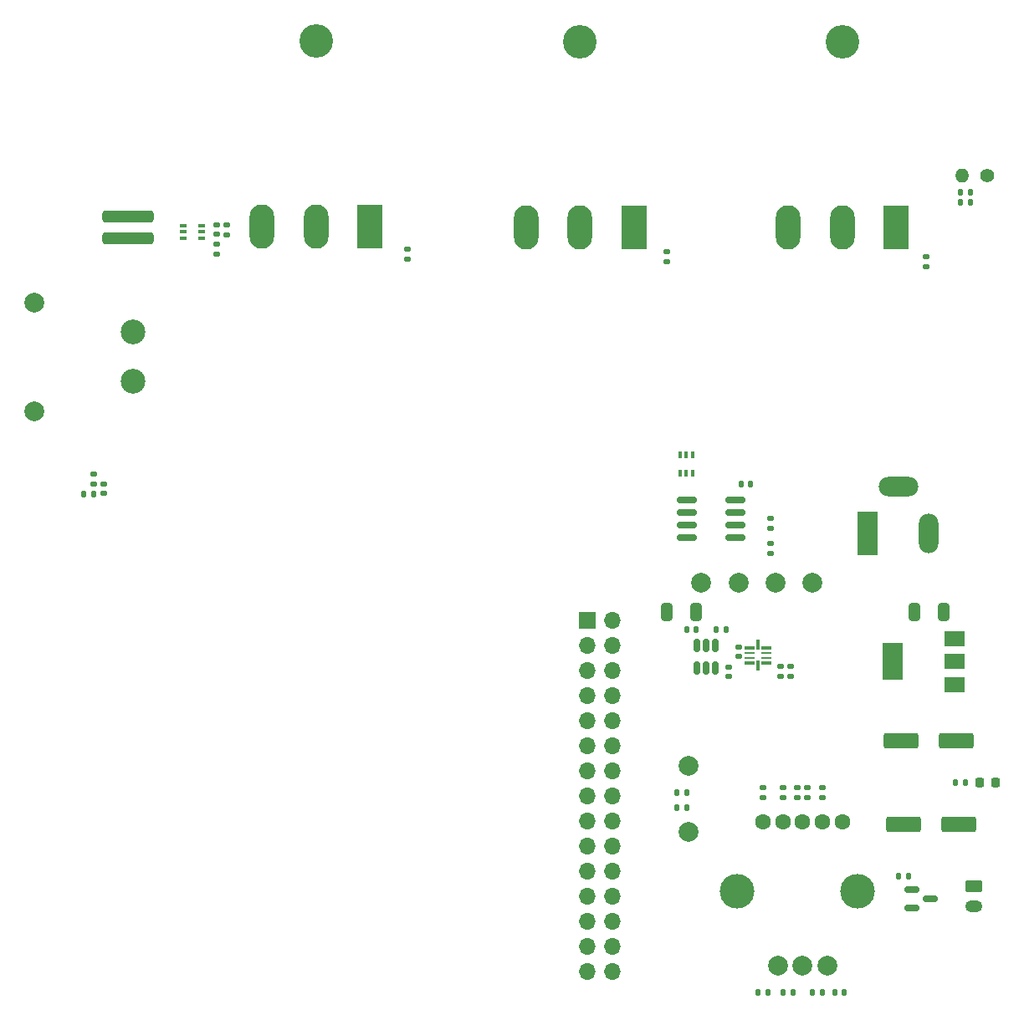
<source format=gbr>
%TF.GenerationSoftware,KiCad,Pcbnew,(7.0.0-rc1-56-g82a1175d72)*%
%TF.CreationDate,2023-05-08T22:11:16+09:00*%
%TF.ProjectId,E_Load,455f4c6f-6164-42e6-9b69-6361645f7063,rev?*%
%TF.SameCoordinates,Original*%
%TF.FileFunction,Soldermask,Top*%
%TF.FilePolarity,Negative*%
%FSLAX46Y46*%
G04 Gerber Fmt 4.6, Leading zero omitted, Abs format (unit mm)*
G04 Created by KiCad (PCBNEW (7.0.0-rc1-56-g82a1175d72)) date 2023-05-08 22:11:16*
%MOMM*%
%LPD*%
G01*
G04 APERTURE LIST*
G04 Aperture macros list*
%AMRoundRect*
0 Rectangle with rounded corners*
0 $1 Rounding radius*
0 $2 $3 $4 $5 $6 $7 $8 $9 X,Y pos of 4 corners*
0 Add a 4 corners polygon primitive as box body*
4,1,4,$2,$3,$4,$5,$6,$7,$8,$9,$2,$3,0*
0 Add four circle primitives for the rounded corners*
1,1,$1+$1,$2,$3*
1,1,$1+$1,$4,$5*
1,1,$1+$1,$6,$7*
1,1,$1+$1,$8,$9*
0 Add four rect primitives between the rounded corners*
20,1,$1+$1,$2,$3,$4,$5,0*
20,1,$1+$1,$4,$5,$6,$7,0*
20,1,$1+$1,$6,$7,$8,$9,0*
20,1,$1+$1,$8,$9,$2,$3,0*%
G04 Aperture macros list end*
%ADD10R,0.975000X0.300000*%
%ADD11R,0.975000X0.250000*%
%ADD12R,0.350000X1.030000*%
%ADD13RoundRect,0.140000X0.170000X-0.140000X0.170000X0.140000X-0.170000X0.140000X-0.170000X-0.140000X0*%
%ADD14R,1.700000X1.700000*%
%ADD15O,1.700000X1.700000*%
%ADD16RoundRect,0.135000X-0.135000X-0.185000X0.135000X-0.185000X0.135000X0.185000X-0.135000X0.185000X0*%
%ADD17RoundRect,0.135000X0.185000X-0.135000X0.185000X0.135000X-0.185000X0.135000X-0.185000X-0.135000X0*%
%ADD18RoundRect,0.140000X0.140000X0.170000X-0.140000X0.170000X-0.140000X-0.170000X0.140000X-0.170000X0*%
%ADD19RoundRect,0.135000X-0.185000X0.135000X-0.185000X-0.135000X0.185000X-0.135000X0.185000X0.135000X0*%
%ADD20R,0.650000X0.400000*%
%ADD21C,2.000000*%
%ADD22RoundRect,0.140000X-0.140000X-0.170000X0.140000X-0.170000X0.140000X0.170000X-0.140000X0.170000X0*%
%ADD23RoundRect,0.150000X-0.825000X-0.150000X0.825000X-0.150000X0.825000X0.150000X-0.825000X0.150000X0*%
%ADD24R,2.000000X4.500000*%
%ADD25O,2.000000X4.000000*%
%ADD26O,4.000000X2.000000*%
%ADD27O,3.400000X3.400000*%
%ADD28R,2.500000X4.500000*%
%ADD29O,2.500000X4.500000*%
%ADD30RoundRect,0.250000X-1.500000X-0.550000X1.500000X-0.550000X1.500000X0.550000X-1.500000X0.550000X0*%
%ADD31C,1.600000*%
%ADD32C,3.500000*%
%ADD33RoundRect,0.135000X0.135000X0.185000X-0.135000X0.185000X-0.135000X-0.185000X0.135000X-0.185000X0*%
%ADD34RoundRect,0.150000X-0.150000X0.512500X-0.150000X-0.512500X0.150000X-0.512500X0.150000X0.512500X0*%
%ADD35R,2.000000X1.500000*%
%ADD36R,2.000000X3.800000*%
%ADD37RoundRect,0.150000X-0.587500X-0.150000X0.587500X-0.150000X0.587500X0.150000X-0.587500X0.150000X0*%
%ADD38RoundRect,0.250000X0.325000X0.650000X-0.325000X0.650000X-0.325000X-0.650000X0.325000X-0.650000X0*%
%ADD39RoundRect,0.140000X-0.170000X0.140000X-0.170000X-0.140000X0.170000X-0.140000X0.170000X0.140000X0*%
%ADD40RoundRect,0.218750X-0.218750X-0.256250X0.218750X-0.256250X0.218750X0.256250X-0.218750X0.256250X0*%
%ADD41RoundRect,0.250000X-2.350000X0.325000X-2.350000X-0.325000X2.350000X-0.325000X2.350000X0.325000X0*%
%ADD42RoundRect,0.250000X-0.625000X0.350000X-0.625000X-0.350000X0.625000X-0.350000X0.625000X0.350000X0*%
%ADD43O,1.750000X1.200000*%
%ADD44C,1.400000*%
%ADD45O,1.400000X1.400000*%
%ADD46R,0.400000X0.650000*%
%ADD47RoundRect,0.250000X1.500000X0.550000X-1.500000X0.550000X-1.500000X-0.550000X1.500000X-0.550000X0*%
%ADD48C,2.500000*%
G04 APERTURE END LIST*
D10*
%TO.C,U5*%
X175587499Y-109609999D03*
D11*
X175587499Y-109109999D03*
X175587499Y-108609999D03*
D10*
X175587499Y-108109999D03*
D12*
X174749999Y-107799999D03*
D10*
X173912499Y-108109999D03*
D11*
X173912499Y-108609999D03*
X173912499Y-109109999D03*
D10*
X173912499Y-109609999D03*
D12*
X174749999Y-109919999D03*
%TD*%
D13*
%TO.C,C15*%
X178750000Y-123230000D03*
X178750000Y-122270000D03*
%TD*%
D14*
%TO.C,J4*%
X157459999Y-105299999D03*
D15*
X159999999Y-105299999D03*
X157459999Y-107839999D03*
X159999999Y-107839999D03*
X157459999Y-110379999D03*
X159999999Y-110379999D03*
X157459999Y-112919999D03*
X159999999Y-112919999D03*
X157459999Y-115459999D03*
X159999999Y-115459999D03*
X157459999Y-117999999D03*
X159999999Y-117999999D03*
X157459999Y-120539999D03*
X159999999Y-120539999D03*
X157459999Y-123079999D03*
X159999999Y-123079999D03*
X157459999Y-125619999D03*
X159999999Y-125619999D03*
X157459999Y-128159999D03*
X159999999Y-128159999D03*
X157459999Y-130699999D03*
X159999999Y-130699999D03*
X157459999Y-133239999D03*
X159999999Y-133239999D03*
X157459999Y-135779999D03*
X159999999Y-135779999D03*
X157459999Y-138319999D03*
X159999999Y-138319999D03*
X157459999Y-140859999D03*
X159999999Y-140859999D03*
%TD*%
D16*
%TO.C,R3*%
X106490000Y-92490000D03*
X107510000Y-92490000D03*
%TD*%
%TO.C,R23*%
X180240000Y-143000000D03*
X181260000Y-143000000D03*
%TD*%
D17*
%TO.C,R1*%
X107500000Y-91500000D03*
X107500000Y-90480000D03*
%TD*%
D18*
%TO.C,C12*%
X168480000Y-106250000D03*
X167520000Y-106250000D03*
%TD*%
D19*
%TO.C,R16*%
X178000000Y-110000000D03*
X178000000Y-111020000D03*
%TD*%
D18*
%TO.C,C13*%
X175730000Y-143000000D03*
X174770000Y-143000000D03*
%TD*%
D20*
%TO.C,U3*%
X118449999Y-66624999D03*
X118449999Y-65974999D03*
X118449999Y-65324999D03*
X116549999Y-65324999D03*
X116549999Y-65974999D03*
X116549999Y-66624999D03*
%TD*%
D21*
%TO.C,TP5*%
X167750000Y-120000000D03*
%TD*%
D22*
%TO.C,C8*%
X170520000Y-106250000D03*
X171480000Y-106250000D03*
%TD*%
D16*
%TO.C,R10*%
X195240000Y-62000000D03*
X196260000Y-62000000D03*
%TD*%
D17*
%TO.C,R2*%
X139250000Y-68760000D03*
X139250000Y-67740000D03*
%TD*%
%TO.C,R8*%
X176000000Y-98510000D03*
X176000000Y-97490000D03*
%TD*%
%TO.C,R22*%
X181250000Y-123260000D03*
X181250000Y-122240000D03*
%TD*%
%TO.C,R7*%
X191750000Y-69510000D03*
X191750000Y-68490000D03*
%TD*%
D21*
%TO.C,TP6*%
X167750000Y-126750000D03*
%TD*%
%TO.C,TP2*%
X172750000Y-101500000D03*
%TD*%
%TO.C,TP4*%
X180250000Y-101500000D03*
%TD*%
D23*
%TO.C,U1*%
X167525000Y-93095000D03*
X167525000Y-94365000D03*
X167525000Y-95635000D03*
X167525000Y-96905000D03*
X172475000Y-96905000D03*
X172475000Y-95635000D03*
X172475000Y-94365000D03*
X172475000Y-93095000D03*
%TD*%
D24*
%TO.C,J2*%
X185799999Y-96499999D03*
D25*
X191999999Y-96499999D03*
D26*
X188999999Y-91799999D03*
%TD*%
D27*
%TO.C,Q3*%
X156719999Y-46699999D03*
D28*
X162169999Y-65499999D03*
D29*
X156719999Y-65499999D03*
X151269999Y-65499999D03*
%TD*%
D30*
%TO.C,C2*%
X189200000Y-117500000D03*
X194800000Y-117500000D03*
%TD*%
D31*
%TO.C,SW1*%
X175250000Y-125750000D03*
X177250000Y-125750000D03*
X179250000Y-125750000D03*
X181250000Y-125750000D03*
X183250000Y-125750000D03*
D21*
X176750000Y-140250000D03*
X181750000Y-140250000D03*
X179250000Y-140250000D03*
D32*
X172650000Y-132750000D03*
X184850000Y-132750000D03*
%TD*%
D33*
%TO.C,R14*%
X167510000Y-122750000D03*
X166490000Y-122750000D03*
%TD*%
D17*
%TO.C,R19*%
X175250000Y-123260000D03*
X175250000Y-122240000D03*
%TD*%
D16*
%TO.C,R17*%
X189000000Y-131250000D03*
X190020000Y-131250000D03*
%TD*%
D34*
%TO.C,U4*%
X170450000Y-107862500D03*
X169500000Y-107862500D03*
X168550000Y-107862500D03*
X168550000Y-110137500D03*
X169500000Y-110137500D03*
X170450000Y-110137500D03*
%TD*%
D27*
%TO.C,Q2*%
X129999999Y-46624999D03*
D28*
X135449999Y-65424999D03*
D29*
X129999999Y-65424999D03*
X124549999Y-65424999D03*
%TD*%
D22*
%TO.C,C14*%
X182520000Y-143000000D03*
X183480000Y-143000000D03*
%TD*%
D27*
%TO.C,Q4*%
X183249999Y-46699999D03*
D28*
X188699999Y-65499999D03*
D29*
X183249999Y-65499999D03*
X177799999Y-65499999D03*
%TD*%
D35*
%TO.C,U2*%
X194649999Y-111799999D03*
X194649999Y-109499999D03*
D36*
X188349999Y-109499999D03*
D35*
X194649999Y-107199999D03*
%TD*%
D33*
%TO.C,R5*%
X195760000Y-121750000D03*
X194740000Y-121750000D03*
%TD*%
D37*
%TO.C,Q5*%
X190312500Y-132550000D03*
X190312500Y-134450000D03*
X192187500Y-133500000D03*
%TD*%
D38*
%TO.C,C1*%
X193500000Y-104500000D03*
X190550000Y-104500000D03*
%TD*%
D19*
%TO.C,R12*%
X120000000Y-67240000D03*
X120000000Y-68260000D03*
%TD*%
D13*
%TO.C,C7*%
X172750000Y-108980000D03*
X172750000Y-108020000D03*
%TD*%
D39*
%TO.C,C9*%
X171750000Y-110020000D03*
X171750000Y-110980000D03*
%TD*%
D40*
%TO.C,D1*%
X197212500Y-121750000D03*
X198787500Y-121750000D03*
%TD*%
D17*
%TO.C,R20*%
X177250000Y-123260000D03*
X177250000Y-122240000D03*
%TD*%
D16*
%TO.C,R18*%
X177240000Y-143000000D03*
X178260000Y-143000000D03*
%TD*%
D39*
%TO.C,C5*%
X120000000Y-65270000D03*
X120000000Y-66230000D03*
%TD*%
D41*
%TO.C,R9*%
X111000000Y-64375000D03*
X111000000Y-66625000D03*
%TD*%
D17*
%TO.C,R6*%
X176000000Y-96010000D03*
X176000000Y-94990000D03*
%TD*%
D42*
%TO.C,J3*%
X196550000Y-132250000D03*
D43*
X196549999Y-134249999D03*
%TD*%
D44*
%TO.C,TH1*%
X197970000Y-60250000D03*
D45*
X195429999Y-60249999D03*
%TD*%
D21*
%TO.C,TP1*%
X169000000Y-101500000D03*
%TD*%
D22*
%TO.C,C6*%
X195270000Y-63000000D03*
X196230000Y-63000000D03*
%TD*%
D17*
%TO.C,R4*%
X165500000Y-69010000D03*
X165500000Y-67990000D03*
%TD*%
D13*
%TO.C,C3*%
X108500000Y-92470000D03*
X108500000Y-91510000D03*
%TD*%
D21*
%TO.C,TP3*%
X176500000Y-101500000D03*
%TD*%
D19*
%TO.C,R13*%
X177000000Y-109990000D03*
X177000000Y-111010000D03*
%TD*%
D38*
%TO.C,C11*%
X168475000Y-104500000D03*
X165525000Y-104500000D03*
%TD*%
D19*
%TO.C,R11*%
X121000000Y-65240000D03*
X121000000Y-66260000D03*
%TD*%
D17*
%TO.C,R21*%
X179750000Y-123260000D03*
X179750000Y-122240000D03*
%TD*%
D33*
%TO.C,R15*%
X167510000Y-124250000D03*
X166490000Y-124250000D03*
%TD*%
D22*
%TO.C,C4*%
X173020000Y-91500000D03*
X173980000Y-91500000D03*
%TD*%
D46*
%TO.C,Q1*%
X168149999Y-88549999D03*
X167499999Y-88549999D03*
X166849999Y-88549999D03*
X166849999Y-90449999D03*
X167499999Y-90449999D03*
X168149999Y-90449999D03*
%TD*%
D47*
%TO.C,C10*%
X195050000Y-126000000D03*
X189450000Y-126000000D03*
%TD*%
D21*
%TO.C,J1*%
X101500000Y-84125000D03*
X101500000Y-73125000D03*
D48*
X111500000Y-81125000D03*
X111500000Y-76125000D03*
%TD*%
M02*

</source>
